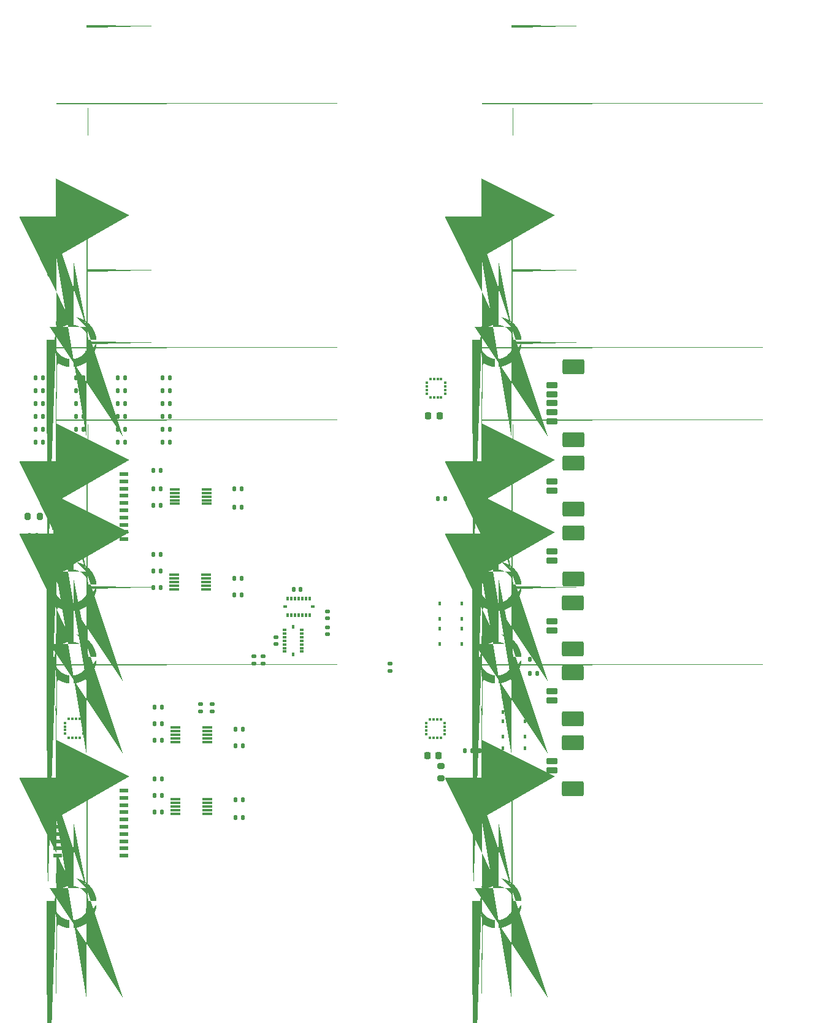
<source format=gtp>
%TF.GenerationSoftware,KiCad,Pcbnew,(6.0.7)*%
%TF.CreationDate,2022-08-20T11:41:17+08:00*%
%TF.ProjectId,cubesat_obc,63756265-7361-4745-9f6f-62632e6b6963,rev?*%
%TF.SameCoordinates,Original*%
%TF.FileFunction,Paste,Top*%
%TF.FilePolarity,Positive*%
%FSLAX46Y46*%
G04 Gerber Fmt 4.6, Leading zero omitted, Abs format (unit mm)*
G04 Created by KiCad (PCBNEW (6.0.7)) date 2022-08-20 11:41:17*
%MOMM*%
%LPD*%
G01*
G04 APERTURE LIST*
G04 Aperture macros list*
%AMRoundRect*
0 Rectangle with rounded corners*
0 $1 Rounding radius*
0 $2 $3 $4 $5 $6 $7 $8 $9 X,Y pos of 4 corners*
0 Add a 4 corners polygon primitive as box body*
4,1,4,$2,$3,$4,$5,$6,$7,$8,$9,$2,$3,0*
0 Add four circle primitives for the rounded corners*
1,1,$1+$1,$2,$3*
1,1,$1+$1,$4,$5*
1,1,$1+$1,$6,$7*
1,1,$1+$1,$8,$9*
0 Add four rect primitives between the rounded corners*
20,1,$1+$1,$2,$3,$4,$5,0*
20,1,$1+$1,$4,$5,$6,$7,0*
20,1,$1+$1,$6,$7,$8,$9,0*
20,1,$1+$1,$8,$9,$2,$3,0*%
%AMFreePoly0*
4,1,64,-0.365195,1.803750,-0.360058,1.804492,-0.348113,1.798200,-0.318515,1.788583,-0.311483,1.778904,-0.305378,1.775688,-0.297448,1.759587,-0.282188,1.738583,-0.282188,1.728602,-0.278071,1.720243,-0.279934,1.709432,-0.226712,1.449367,-0.140277,1.187348,-0.023902,0.937185,0.120828,0.702285,0.291941,0.485847,0.487107,0.290821,0.703666,0.119862,0.938669,-0.024700,1.188915,-0.140897,
1.450995,-0.227145,1.711100,-0.280182,1.721909,-0.278311,1.729795,-0.282188,1.738583,-0.282188,1.756974,-0.295550,1.777372,-0.305578,1.781473,-0.313349,1.788583,-0.318515,1.795607,-0.340135,1.806216,-0.360238,1.804966,-0.368937,1.807681,-0.377294,1.807681,-1.284040,1.801227,-1.303903,1.799051,-1.324681,1.791890,-1.332639,1.788583,-1.342819,1.771685,-1.355096,1.757713,-1.370625,
1.747243,-1.372854,1.738583,-1.379146,1.717694,-1.379146,1.697264,-1.383496,1.365298,-1.332334,1.039856,-1.249225,0.724006,-1.134952,0.420724,-0.990592,0.132870,-0.817505,-0.136846,-0.617323,-0.385881,-0.391932,-0.611887,-0.143455,-0.812736,0.125764,-0.986534,0.413190,-1.131644,0.716114,-1.246697,1.031680,-1.330611,1.356915,-1.382594,1.688754,-1.379146,1.705146,-1.379146,1.738583,
-1.342819,1.788583,-1.284040,1.807681,-0.377294,1.807681,-0.365195,1.803750,-0.365195,1.803750,$1*%
%AMFreePoly1*
4,1,64,1.303903,1.801227,1.324681,1.799051,1.332639,1.791890,1.342819,1.788583,1.355096,1.771685,1.370625,1.757713,1.372854,1.747243,1.379146,1.738583,1.379146,1.717694,1.383496,1.697264,1.332593,1.366566,1.249986,1.042330,1.136447,0.727589,0.993038,0.425287,0.821100,0.138250,0.622241,-0.130837,0.398321,-0.379458,0.151433,-0.605288,-0.116113,-0.806215,-0.401816,-0.980360,
-0.703004,-1.126095,-1.016860,-1.242057,-1.340449,-1.327161,-1.670746,-1.380612,-1.677901,-1.379146,-1.738583,-1.379146,-1.788583,-1.342819,-1.807681,-1.284040,-1.807681,-0.377294,-1.803751,-0.365199,-1.804494,-0.360058,-1.798197,-0.348103,-1.788583,-0.318515,-1.778907,-0.311485,-1.775690,-0.305378,-1.759582,-0.297445,-1.738583,-0.282188,-1.728604,-0.282188,-1.720245,-0.278071,-1.709434,-0.279934,
-1.449368,-0.226712,-1.187350,-0.140277,-0.937186,-0.023902,-0.702286,0.120828,-0.485848,0.291941,-0.290822,0.487106,-0.119863,0.703666,0.024699,0.938669,0.140896,1.188915,0.227145,1.450995,0.280182,1.711100,0.278311,1.721909,0.282188,1.729795,0.282188,1.738583,0.295550,1.756974,0.305578,1.777372,0.313349,1.781473,0.318515,1.788583,0.340135,1.795607,0.360238,1.806216,
0.368937,1.804966,0.377294,1.807681,1.284040,1.807681,1.303903,1.801227,1.303903,1.801227,$1*%
%AMFreePoly2*
4,1,64,1.687073,1.379146,1.738583,1.379146,1.788583,1.342819,1.807681,1.284040,1.807681,0.377294,1.803750,0.365195,1.804492,0.360058,1.798200,0.348113,1.788583,0.318515,1.778904,0.311483,1.775688,0.305378,1.759587,0.297448,1.738583,0.282188,1.728602,0.282188,1.720243,0.278071,1.709432,0.279934,1.449367,0.226712,1.187348,0.140277,0.937185,0.023902,0.702285,-0.120828,
0.485847,-0.291941,0.290821,-0.487107,0.119862,-0.703666,-0.024700,-0.938669,-0.140897,-1.188915,-0.227145,-1.450995,-0.280182,-1.711100,-0.278311,-1.721909,-0.282188,-1.729795,-0.282188,-1.738583,-0.295550,-1.756974,-0.305578,-1.777372,-0.313349,-1.781473,-0.318515,-1.788583,-0.340135,-1.795607,-0.360238,-1.806216,-0.368937,-1.804966,-0.377294,-1.807681,-1.284040,-1.807681,-1.303903,-1.801227,
-1.324681,-1.799051,-1.332639,-1.791890,-1.342819,-1.788583,-1.355096,-1.771685,-1.370625,-1.757713,-1.372854,-1.747243,-1.379146,-1.738583,-1.379146,-1.717694,-1.383496,-1.697264,-1.332507,-1.366144,-1.249733,-1.041506,-1.135950,-0.726396,-0.992225,-0.423768,-0.819905,-0.136458,-0.620606,0.132839,-0.396197,0.381598,-0.148780,0.607488,0.119323,0.808390,0.405599,0.982421,0.707365,1.127949,
1.021791,1.243609,1.345929,1.328318,1.676739,1.381282,1.687073,1.379146,1.687073,1.379146,$1*%
%AMFreePoly3*
4,1,64,-1.366566,1.332593,-1.042330,1.249986,-0.727589,1.136447,-0.425287,0.993038,-0.138250,0.821100,0.130837,0.622241,0.379458,0.398321,0.605288,0.151433,0.806215,-0.116113,0.980360,-0.401816,1.126095,-0.703004,1.242057,-1.016860,1.327161,-1.340449,1.380612,-1.670746,1.379146,-1.677901,1.379146,-1.738583,1.342819,-1.788583,1.284040,-1.807681,0.377294,-1.807681,0.365199,-1.803751,
0.360058,-1.804494,0.348103,-1.798197,0.318515,-1.788583,0.311485,-1.778907,0.305378,-1.775690,0.297445,-1.759582,0.282188,-1.738583,0.282188,-1.728604,0.278071,-1.720245,0.279934,-1.709434,0.226712,-1.449368,0.140277,-1.187350,0.023902,-0.937186,-0.120828,-0.702286,-0.291941,-0.485848,-0.487106,-0.290822,-0.703666,-0.119863,-0.938669,0.024699,-1.188915,0.140896,-1.450995,0.227145,
-1.711100,0.280182,-1.721909,0.278311,-1.729795,0.282188,-1.738583,0.282188,-1.756974,0.295550,-1.777372,0.305578,-1.781473,0.313349,-1.788583,0.318515,-1.795607,0.340135,-1.806216,0.360238,-1.804966,0.368937,-1.807681,0.377294,-1.807681,1.284040,-1.801227,1.303903,-1.799051,1.324681,-1.791890,1.332639,-1.788583,1.342819,-1.771685,1.355096,-1.757713,1.370625,-1.747243,1.372854,
-1.738583,1.379146,-1.717694,1.379146,-1.697264,1.383496,-1.366566,1.332593,-1.366566,1.332593,$1*%
G04 Aperture macros list end*
%ADD10R,1.260000X0.610000*%
%ADD11RoundRect,0.135000X-0.135000X-0.185000X0.135000X-0.185000X0.135000X0.185000X-0.135000X0.185000X0*%
%ADD12RoundRect,0.200000X0.200000X0.275000X-0.200000X0.275000X-0.200000X-0.275000X0.200000X-0.275000X0*%
%ADD13RoundRect,0.135000X0.185000X-0.135000X0.185000X0.135000X-0.185000X0.135000X-0.185000X-0.135000X0*%
%ADD14RoundRect,0.135000X0.135000X0.185000X-0.135000X0.185000X-0.135000X-0.185000X0.135000X-0.185000X0*%
%ADD15R,1.400000X0.300000*%
%ADD16FreePoly0,0.000000*%
%ADD17FreePoly1,0.000000*%
%ADD18FreePoly2,0.000000*%
%ADD19FreePoly3,0.000000*%
%ADD20RoundRect,0.200000X0.600000X-0.200000X0.600000X0.200000X-0.600000X0.200000X-0.600000X-0.200000X0*%
%ADD21RoundRect,0.250001X1.249999X-0.799999X1.249999X0.799999X-1.249999X0.799999X-1.249999X-0.799999X0*%
%ADD22RoundRect,0.140000X0.170000X-0.140000X0.170000X0.140000X-0.170000X0.140000X-0.170000X-0.140000X0*%
%ADD23RoundRect,0.140000X-0.140000X-0.170000X0.140000X-0.170000X0.140000X0.170000X-0.140000X0.170000X0*%
%ADD24RoundRect,0.225000X-0.225000X-0.250000X0.225000X-0.250000X0.225000X0.250000X-0.225000X0.250000X0*%
%ADD25R,0.450000X0.600000*%
%ADD26R,0.580000X0.350000*%
%ADD27R,0.350000X0.580000*%
%ADD28R,0.450000X0.300000*%
%ADD29R,0.300000X0.450000*%
%ADD30RoundRect,0.140000X-0.170000X0.140000X-0.170000X-0.140000X0.170000X-0.140000X0.170000X0.140000X0*%
%ADD31RoundRect,0.200000X-0.275000X0.200000X-0.275000X-0.200000X0.275000X-0.200000X0.275000X0.200000X0*%
G04 APERTURE END LIST*
D10*
%TO.C,J1*%
X125821220Y-125437020D03*
X135001220Y-125437020D03*
X125821220Y-124437020D03*
X135001220Y-124437020D03*
X125821220Y-123437020D03*
X135001220Y-123437020D03*
X125821220Y-122437020D03*
X135001220Y-122437020D03*
X125821220Y-121437020D03*
X135001220Y-121437020D03*
X125821220Y-120437020D03*
X135001220Y-120437020D03*
X125821220Y-119437020D03*
X135001220Y-119437020D03*
X125821220Y-118437020D03*
X135001220Y-118437020D03*
X125821220Y-117437020D03*
X135001220Y-117437020D03*
X125821220Y-116437020D03*
X135001220Y-116437020D03*
%TD*%
%TO.C,J2*%
X125826300Y-81751560D03*
X135006300Y-81751560D03*
X125826300Y-80751560D03*
X135006300Y-80751560D03*
X125826300Y-79751560D03*
X135006300Y-79751560D03*
X125826300Y-78751560D03*
X135006300Y-78751560D03*
X125826300Y-77751560D03*
X135006300Y-77751560D03*
X125826300Y-76751560D03*
X135006300Y-76751560D03*
X125826300Y-75751560D03*
X135006300Y-75751560D03*
X125826300Y-74751560D03*
X135006300Y-74751560D03*
X125826300Y-73751560D03*
X135006300Y-73751560D03*
X125826300Y-72751560D03*
X135006300Y-72751560D03*
%TD*%
D11*
%TO.C,R1*%
X121981500Y-81216500D03*
X123001500Y-81216500D03*
%TD*%
D12*
%TO.C,R2*%
X123380000Y-78613000D03*
X121730000Y-78613000D03*
%TD*%
D13*
%TO.C,R88*%
X152908000Y-98935000D03*
X152908000Y-97915000D03*
%TD*%
%TO.C,R89*%
X154178000Y-98935000D03*
X154178000Y-97915000D03*
%TD*%
%TO.C,R92*%
X145542000Y-105539000D03*
X145542000Y-104519000D03*
%TD*%
%TO.C,R93*%
X147193000Y-105539000D03*
X147193000Y-104519000D03*
%TD*%
D11*
%TO.C,R57*%
X139190000Y-119380000D03*
X140210000Y-119380000D03*
%TD*%
%TO.C,R58*%
X139190000Y-117094000D03*
X140210000Y-117094000D03*
%TD*%
%TO.C,R59*%
X139190000Y-114808000D03*
X140210000Y-114808000D03*
%TD*%
D14*
%TO.C,R60*%
X151386000Y-117729000D03*
X150366000Y-117729000D03*
%TD*%
%TO.C,R61*%
X151386000Y-120142000D03*
X150366000Y-120142000D03*
%TD*%
D11*
%TO.C,R62*%
X139063000Y-77089000D03*
X140083000Y-77089000D03*
%TD*%
%TO.C,R63*%
X139063000Y-74803000D03*
X140083000Y-74803000D03*
%TD*%
%TO.C,R64*%
X139063000Y-72263000D03*
X140083000Y-72263000D03*
%TD*%
D14*
%TO.C,R65*%
X151259000Y-74803000D03*
X150239000Y-74803000D03*
%TD*%
%TO.C,R66*%
X151259000Y-77343000D03*
X150239000Y-77343000D03*
%TD*%
D15*
%TO.C,U12*%
X142072000Y-117618000D03*
X142072000Y-118118000D03*
X142072000Y-118618000D03*
X142072000Y-119118000D03*
X142072000Y-119618000D03*
X146472000Y-119618000D03*
X146472000Y-119118000D03*
X146472000Y-118618000D03*
X146472000Y-118118000D03*
X146472000Y-117618000D03*
%TD*%
%TO.C,U13*%
X142041520Y-74854560D03*
X142041520Y-75354560D03*
X142041520Y-75854560D03*
X142041520Y-76354560D03*
X142041520Y-76854560D03*
X146441520Y-76854560D03*
X146441520Y-76354560D03*
X146441520Y-75854560D03*
X146441520Y-75354560D03*
X146441520Y-74854560D03*
%TD*%
D16*
%TO.C,H5*%
X125676321Y-90310681D03*
D17*
X129791683Y-90310681D03*
D18*
X125676321Y-86195319D03*
D19*
X129791683Y-86195319D03*
%TD*%
D18*
%TO.C,H6*%
X125676321Y-96195316D03*
D16*
X125676321Y-100310678D03*
D19*
X129791683Y-96195316D03*
D17*
X129791683Y-100310678D03*
%TD*%
D19*
%TO.C,H7*%
X129791683Y-52465317D03*
D16*
X125676321Y-56580679D03*
D18*
X125676321Y-52465317D03*
D17*
X129791683Y-56580679D03*
%TD*%
D18*
%TO.C,H8*%
X184406320Y-52465317D03*
D17*
X188521682Y-56580679D03*
D19*
X188521682Y-52465317D03*
D16*
X184406320Y-56580679D03*
%TD*%
D18*
%TO.C,H9*%
X125676321Y-129925317D03*
D16*
X125676321Y-134040679D03*
D17*
X129791683Y-134040679D03*
D19*
X129791683Y-129925317D03*
%TD*%
%TO.C,H10*%
X188521682Y-129925317D03*
D18*
X184406320Y-129925317D03*
D16*
X184406320Y-134040679D03*
D17*
X188521682Y-134040679D03*
%TD*%
D19*
%TO.C,H11*%
X188521682Y-96195316D03*
D16*
X184406320Y-100310678D03*
D18*
X184406320Y-96195316D03*
D17*
X188521682Y-100310678D03*
%TD*%
D19*
%TO.C,H12*%
X188521682Y-86195319D03*
D18*
X184406320Y-86195319D03*
D16*
X184406320Y-90310681D03*
D17*
X188521682Y-90310681D03*
%TD*%
D20*
%TO.C,SPI1*%
X194132500Y-65462000D03*
X194132500Y-64212000D03*
X194132500Y-62962000D03*
X194132500Y-61712000D03*
X194132500Y-60462000D03*
D21*
X197032500Y-68012000D03*
X197032500Y-57912000D03*
%TD*%
D14*
%TO.C,R24*%
X123850000Y-68326000D03*
X122830000Y-68326000D03*
%TD*%
%TO.C,R25*%
X135130000Y-68326000D03*
X134110000Y-68326000D03*
%TD*%
%TO.C,R26*%
X123850000Y-66555620D03*
X122830000Y-66555620D03*
%TD*%
%TO.C,R27*%
X135130000Y-66555620D03*
X134110000Y-66555620D03*
%TD*%
%TO.C,R28*%
X123850000Y-64785240D03*
X122830000Y-64785240D03*
%TD*%
%TO.C,R29*%
X135130000Y-64785240D03*
X134110000Y-64785240D03*
%TD*%
%TO.C,R30*%
X123850000Y-63014860D03*
X122830000Y-63014860D03*
%TD*%
%TO.C,R31*%
X135130000Y-63014860D03*
X134110000Y-63014860D03*
%TD*%
%TO.C,R32*%
X123850000Y-61244480D03*
X122830000Y-61244480D03*
%TD*%
%TO.C,R33*%
X135130000Y-61244480D03*
X134110000Y-61244480D03*
%TD*%
%TO.C,R34*%
X123850000Y-59474100D03*
X122830000Y-59474100D03*
%TD*%
%TO.C,R35*%
X135130000Y-59474100D03*
X134110000Y-59474100D03*
%TD*%
%TO.C,R36*%
X129415000Y-68326000D03*
X128395000Y-68326000D03*
%TD*%
%TO.C,R37*%
X141353000Y-68326000D03*
X140333000Y-68326000D03*
%TD*%
%TO.C,R38*%
X129415000Y-66555620D03*
X128395000Y-66555620D03*
%TD*%
%TO.C,R39*%
X141353000Y-66555620D03*
X140333000Y-66555620D03*
%TD*%
%TO.C,R40*%
X129415000Y-64785240D03*
X128395000Y-64785240D03*
%TD*%
%TO.C,R41*%
X141353000Y-64785240D03*
X140333000Y-64785240D03*
%TD*%
%TO.C,R42*%
X129415000Y-63014860D03*
X128395000Y-63014860D03*
%TD*%
%TO.C,R43*%
X141353000Y-63014860D03*
X140333000Y-63014860D03*
%TD*%
%TO.C,R44*%
X129415000Y-61244480D03*
X128395000Y-61244480D03*
%TD*%
%TO.C,R45*%
X141353000Y-61244480D03*
X140333000Y-61244480D03*
%TD*%
%TO.C,R46*%
X129415000Y-59474100D03*
X128395000Y-59474100D03*
%TD*%
%TO.C,R47*%
X141353000Y-59474100D03*
X140333000Y-59474100D03*
%TD*%
D11*
%TO.C,R14*%
X139190000Y-109474000D03*
X140210000Y-109474000D03*
%TD*%
%TO.C,R15*%
X139190000Y-107188000D03*
X140210000Y-107188000D03*
%TD*%
%TO.C,R16*%
X139190000Y-104902000D03*
X140210000Y-104902000D03*
%TD*%
D14*
%TO.C,R17*%
X151386000Y-107950000D03*
X150366000Y-107950000D03*
%TD*%
%TO.C,R18*%
X151386000Y-110236000D03*
X150366000Y-110236000D03*
%TD*%
D11*
%TO.C,R19*%
X139063000Y-88392000D03*
X140083000Y-88392000D03*
%TD*%
%TO.C,R20*%
X139063000Y-86106000D03*
X140083000Y-86106000D03*
%TD*%
%TO.C,R21*%
X139063000Y-83820000D03*
X140083000Y-83820000D03*
%TD*%
D14*
%TO.C,R22*%
X151259000Y-87122000D03*
X150239000Y-87122000D03*
%TD*%
%TO.C,R23*%
X151259000Y-89408000D03*
X150239000Y-89408000D03*
%TD*%
D15*
%TO.C,U5*%
X142072000Y-107712000D03*
X142072000Y-108212000D03*
X142072000Y-108712000D03*
X142072000Y-109212000D03*
X142072000Y-109712000D03*
X146472000Y-109712000D03*
X146472000Y-109212000D03*
X146472000Y-108712000D03*
X146472000Y-108212000D03*
X146472000Y-107712000D03*
%TD*%
%TO.C,U7*%
X141945000Y-86630000D03*
X141945000Y-87130000D03*
X141945000Y-87630000D03*
X141945000Y-88130000D03*
X141945000Y-88630000D03*
X146345000Y-88630000D03*
X146345000Y-88130000D03*
X146345000Y-87630000D03*
X146345000Y-87130000D03*
X146345000Y-86630000D03*
%TD*%
D22*
%TO.C,C26*%
X155956000Y-96238000D03*
X155956000Y-95278000D03*
%TD*%
D23*
%TO.C,C27*%
X158404000Y-88643000D03*
X159364000Y-88643000D03*
%TD*%
D22*
%TO.C,C28*%
X163068000Y-94841000D03*
X163068000Y-93881000D03*
%TD*%
%TO.C,C29*%
X163068000Y-92682000D03*
X163068000Y-91722000D03*
%TD*%
D24*
%TO.C,C33*%
X177025000Y-64706500D03*
X178575000Y-64706500D03*
%TD*%
%TO.C,C34*%
X127050500Y-111506000D03*
X128600500Y-111506000D03*
%TD*%
%TO.C,C35*%
X176898000Y-111633000D03*
X178448000Y-111633000D03*
%TD*%
D25*
%TO.C,D5*%
X187325000Y-110583000D03*
X187325000Y-112683000D03*
%TD*%
%TO.C,D6*%
X187325000Y-114012000D03*
X187325000Y-116112000D03*
%TD*%
%TO.C,D9*%
X190373000Y-110583000D03*
X190373000Y-112683000D03*
%TD*%
%TO.C,D10*%
X190373000Y-114012000D03*
X190373000Y-116112000D03*
%TD*%
%TO.C,D13*%
X190373000Y-109000000D03*
X190373000Y-106900000D03*
%TD*%
%TO.C,D14*%
X190373000Y-105571000D03*
X190373000Y-103471000D03*
%TD*%
%TO.C,D15*%
X187325000Y-109000000D03*
X187325000Y-106900000D03*
%TD*%
%TO.C,D16*%
X187325000Y-105571000D03*
X187325000Y-103471000D03*
%TD*%
%TO.C,D7*%
X178562000Y-90644000D03*
X178562000Y-92744000D03*
%TD*%
%TO.C,D8*%
X178562000Y-94073000D03*
X178562000Y-96173000D03*
%TD*%
%TO.C,D11*%
X181610000Y-90644000D03*
X181610000Y-92744000D03*
%TD*%
%TO.C,D12*%
X181610000Y-94073000D03*
X181610000Y-96173000D03*
%TD*%
D20*
%TO.C,TEMP6*%
X194132500Y-84699000D03*
X194132500Y-83449000D03*
D21*
X197032500Y-87249000D03*
X197032500Y-80899000D03*
%TD*%
D20*
%TO.C,TEMP5*%
X194132500Y-75047000D03*
X194132500Y-73797000D03*
D21*
X197032500Y-71247000D03*
X197032500Y-77597000D03*
%TD*%
D26*
%TO.C,U16*%
X157209000Y-97258000D03*
X157209000Y-96758000D03*
X157209000Y-96258000D03*
X157209000Y-95758000D03*
X157209000Y-95258000D03*
X157209000Y-94758000D03*
X157209000Y-94258000D03*
D27*
X158369000Y-93848000D03*
D26*
X159529000Y-94258000D03*
X159529000Y-94758000D03*
X159529000Y-95258000D03*
X159529000Y-95758000D03*
X159529000Y-96258000D03*
X159529000Y-96758000D03*
X159529000Y-97258000D03*
D27*
X158369000Y-97668000D03*
%TD*%
%TO.C,U17*%
X157631000Y-89899000D03*
X158131000Y-89899000D03*
X158631000Y-89899000D03*
X159131000Y-89899000D03*
X159631000Y-89899000D03*
X160131000Y-89899000D03*
X160631000Y-89899000D03*
D26*
X161041000Y-91059000D03*
D27*
X160631000Y-92219000D03*
X160131000Y-92219000D03*
X159631000Y-92219000D03*
X159131000Y-92219000D03*
X158631000Y-92219000D03*
X158131000Y-92219000D03*
X157631000Y-92219000D03*
D26*
X157221000Y-91059000D03*
%TD*%
D28*
%TO.C,U18*%
X176779000Y-60146500D03*
X176779000Y-60646500D03*
X176779000Y-61146500D03*
X176779000Y-61646500D03*
D29*
X177304000Y-62171500D03*
X177804000Y-62171500D03*
X178304000Y-62171500D03*
X178804000Y-62171500D03*
D28*
X179329000Y-61646500D03*
X179329000Y-61146500D03*
X179329000Y-60646500D03*
X179329000Y-60146500D03*
D29*
X178804000Y-59621500D03*
X178304000Y-59621500D03*
X177804000Y-59621500D03*
X177304000Y-59621500D03*
%TD*%
D28*
%TO.C,U19*%
X176748000Y-107112000D03*
X176748000Y-107612000D03*
X176748000Y-108112000D03*
X176748000Y-108612000D03*
D29*
X177273000Y-109137000D03*
X177773000Y-109137000D03*
X178273000Y-109137000D03*
X178773000Y-109137000D03*
D28*
X179298000Y-108612000D03*
X179298000Y-108112000D03*
X179298000Y-107612000D03*
X179298000Y-107112000D03*
D29*
X178773000Y-106587000D03*
X178273000Y-106587000D03*
X177773000Y-106587000D03*
X177273000Y-106587000D03*
%TD*%
D28*
%TO.C,U20*%
X126838500Y-107096500D03*
X126838500Y-107596500D03*
X126838500Y-108096500D03*
X126838500Y-108596500D03*
D29*
X127363500Y-109121500D03*
X127863500Y-109121500D03*
X128363500Y-109121500D03*
X128863500Y-109121500D03*
D28*
X129388500Y-108596500D03*
X129388500Y-108096500D03*
X129388500Y-107596500D03*
X129388500Y-107096500D03*
D29*
X128863500Y-106571500D03*
X128363500Y-106571500D03*
X127863500Y-106571500D03*
X127363500Y-106571500D03*
%TD*%
D11*
%TO.C,R87*%
X191065000Y-98325000D03*
X192085000Y-98325000D03*
%TD*%
D30*
%TO.C,C81*%
X171700000Y-98945000D03*
X171700000Y-99905000D03*
%TD*%
D11*
%TO.C,R86*%
X191040000Y-100300000D03*
X192060000Y-100300000D03*
%TD*%
D31*
%TO.C,R74*%
X178750000Y-113075000D03*
X178750000Y-114725000D03*
%TD*%
D20*
%TO.C,MAG_3*%
X194100000Y-94325000D03*
X194100000Y-93075000D03*
D21*
X197000000Y-96875000D03*
X197000000Y-90525000D03*
%TD*%
D20*
%TO.C,MAG_1*%
X194100000Y-113625000D03*
X194100000Y-112375000D03*
D21*
X197000000Y-116175000D03*
X197000000Y-109825000D03*
%TD*%
D20*
%TO.C,MAG_2*%
X194100000Y-103975000D03*
X194100000Y-102725000D03*
D21*
X197000000Y-100175000D03*
X197000000Y-106525000D03*
%TD*%
D11*
%TO.C,R79*%
X182090000Y-110950000D03*
X183110000Y-110950000D03*
%TD*%
%TO.C,R78*%
X182065000Y-117000000D03*
X183085000Y-117000000D03*
%TD*%
D14*
%TO.C,R73*%
X185085000Y-110950000D03*
X184065000Y-110950000D03*
%TD*%
%TO.C,R72*%
X185085000Y-117000000D03*
X184065000Y-117000000D03*
%TD*%
D11*
%TO.C,R13*%
X178315000Y-76125000D03*
X179335000Y-76125000D03*
%TD*%
M02*

</source>
